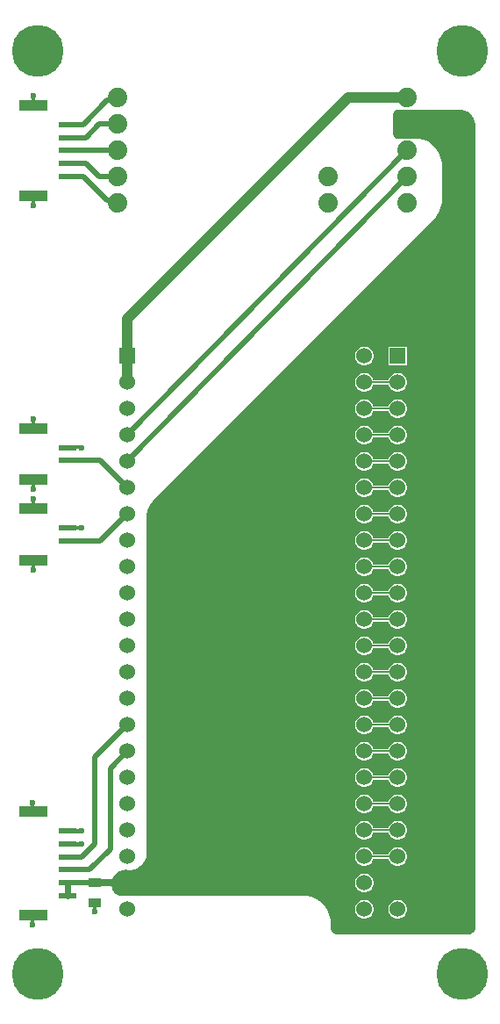
<source format=gtl>
G04*
G04 #@! TF.GenerationSoftware,Altium Limited,Altium Designer,23.8.1 (32)*
G04*
G04 Layer_Physical_Order=1*
G04 Layer_Color=255*
%FSLAX25Y25*%
%MOIN*%
G70*
G04*
G04 #@! TF.SameCoordinates,42C2680F-6346-4846-91F9-FAAF1016F3F0*
G04*
G04*
G04 #@! TF.FilePolarity,Positive*
G04*
G01*
G75*
%ADD11C,0.01181*%
%ADD12C,0.00500*%
%ADD25R,0.11024X0.03937*%
%ADD26R,0.06693X0.02362*%
%ADD27R,0.06693X0.02362*%
%ADD28R,0.11024X0.03937*%
%ADD29R,0.05118X0.03543*%
%ADD30C,0.01968*%
%ADD31C,0.02756*%
%ADD32C,0.03937*%
%ADD33C,0.02362*%
%ADD34C,0.01575*%
%ADD35C,0.06024*%
%ADD36R,0.06024X0.06024*%
%ADD37C,0.19685*%
%ADD38R,0.06024X0.06024*%
%ADD39C,0.07400*%
%ADD40C,0.02362*%
G36*
X638779Y453740D02*
X662402Y453740D01*
X662983D01*
X664124Y453513D01*
X665199Y453068D01*
X666166Y452422D01*
X666989Y451599D01*
X667635Y450632D01*
X668080Y449557D01*
X668307Y448416D01*
Y447835D01*
Y143701D01*
X668307Y143701D01*
Y143410D01*
X668194Y142840D01*
X667971Y142302D01*
X667648Y141818D01*
X667237Y141407D01*
X666753Y141084D01*
X666216Y140861D01*
X665645Y140748D01*
X616142D01*
X615851Y140748D01*
X615280Y140861D01*
X614743Y141084D01*
X614259Y141407D01*
X613848Y141818D01*
X613525Y142302D01*
X613302Y142840D01*
X613189Y143410D01*
X613189Y143701D01*
Y145512D01*
X613189Y145512D01*
X613189Y145512D01*
X613141Y146492D01*
X612758Y148415D01*
X612008Y150226D01*
X610919Y151856D01*
X609533Y153242D01*
X607903Y154331D01*
X606092Y155081D01*
X604169Y155464D01*
X603189Y155512D01*
X533858Y155512D01*
X533538Y155502D01*
X532905Y155599D01*
X532301Y155809D01*
X531744Y156125D01*
X531253Y156536D01*
X530845Y157030D01*
X530533Y157589D01*
X530375Y158051D01*
X530280Y158511D01*
X530280Y158511D01*
X530093Y159174D01*
X530061Y160549D01*
X530372Y161889D01*
X531006Y163110D01*
X531925Y164134D01*
X533070Y164897D01*
X534368Y165351D01*
X535739Y165468D01*
X536417Y165354D01*
Y165354D01*
X536417Y165354D01*
X537104Y165352D01*
X538460Y165563D01*
X539741Y166052D01*
X540893Y166799D01*
X541863Y167769D01*
X542609Y168920D01*
X543098Y170202D01*
X543309Y171557D01*
X543307Y172244D01*
X543307Y298536D01*
X543307Y299007D01*
X543307Y299007D01*
X543307Y299008D01*
X543307Y299008D01*
X543307Y299992D01*
X543691Y301924D01*
X544445Y303744D01*
X545540Y305382D01*
X546236Y306079D01*
X652583Y412425D01*
X652583Y412425D01*
X652583Y412425D01*
X653242Y413153D01*
X654331Y414782D01*
X655081Y416594D01*
X655464Y418516D01*
X655512Y419496D01*
X655512Y433071D01*
X655464Y434036D01*
X655088Y435928D01*
X654350Y437711D01*
X653278Y439315D01*
X651913Y440679D01*
X650309Y441751D01*
X648526Y442490D01*
X646634Y442866D01*
X645669Y442913D01*
X638388D01*
X637665Y443213D01*
X637111Y443767D01*
X636811Y444490D01*
Y451772D01*
X636811Y451772D01*
X636849Y452256D01*
X637111Y452887D01*
X637664Y453441D01*
X638388Y453740D01*
X638779Y453740D01*
D02*
G37*
%LPC*%
G36*
X642162Y363984D02*
X635139D01*
Y356961D01*
X642162D01*
Y363984D01*
D02*
G37*
G36*
X626447D02*
X625522D01*
X624629Y363745D01*
X623828Y363283D01*
X623174Y362629D01*
X622712Y361828D01*
X622472Y360935D01*
Y360010D01*
X622712Y359117D01*
X623174Y358316D01*
X623828Y357662D01*
X624629Y357200D01*
X625522Y356961D01*
X626447D01*
X627340Y357200D01*
X628140Y357662D01*
X628794Y358316D01*
X629257Y359117D01*
X629496Y360010D01*
Y360935D01*
X629257Y361828D01*
X628794Y362629D01*
X628140Y363283D01*
X627340Y363745D01*
X626447Y363984D01*
D02*
G37*
G36*
X639113Y353984D02*
X638188D01*
X637295Y353745D01*
X636494Y353283D01*
X635841Y352629D01*
X635378Y351828D01*
X635220Y351237D01*
X629415D01*
X629257Y351828D01*
X628794Y352629D01*
X628140Y353283D01*
X627340Y353745D01*
X626447Y353984D01*
X625522D01*
X624629Y353745D01*
X623828Y353283D01*
X623174Y352629D01*
X622712Y351828D01*
X622472Y350935D01*
Y350010D01*
X622712Y349117D01*
X623174Y348316D01*
X623828Y347662D01*
X624629Y347200D01*
X625522Y346961D01*
X626447D01*
X627340Y347200D01*
X628140Y347662D01*
X628794Y348316D01*
X629257Y349117D01*
X629415Y349708D01*
X635220D01*
X635378Y349117D01*
X635841Y348316D01*
X636494Y347662D01*
X637295Y347200D01*
X638188Y346961D01*
X639113D01*
X640006Y347200D01*
X640807Y347662D01*
X641461Y348316D01*
X641923Y349117D01*
X642162Y350010D01*
Y350935D01*
X641923Y351828D01*
X641461Y352629D01*
X640807Y353283D01*
X640006Y353745D01*
X639113Y353984D01*
D02*
G37*
G36*
Y343984D02*
X638188D01*
X637295Y343745D01*
X636494Y343283D01*
X635841Y342629D01*
X635378Y341828D01*
X635220Y341237D01*
X629415D01*
X629257Y341828D01*
X628794Y342629D01*
X628140Y343283D01*
X627340Y343745D01*
X626447Y343984D01*
X625522D01*
X624629Y343745D01*
X623828Y343283D01*
X623174Y342629D01*
X622712Y341828D01*
X622472Y340935D01*
Y340010D01*
X622712Y339117D01*
X623174Y338316D01*
X623828Y337662D01*
X624629Y337200D01*
X625522Y336961D01*
X626447D01*
X627340Y337200D01*
X628140Y337662D01*
X628794Y338316D01*
X629257Y339117D01*
X629415Y339708D01*
X635220D01*
X635378Y339117D01*
X635841Y338316D01*
X636494Y337662D01*
X637295Y337200D01*
X638188Y336961D01*
X639113D01*
X640006Y337200D01*
X640807Y337662D01*
X641461Y338316D01*
X641923Y339117D01*
X642162Y340010D01*
Y340935D01*
X641923Y341828D01*
X641461Y342629D01*
X640807Y343283D01*
X640006Y343745D01*
X639113Y343984D01*
D02*
G37*
G36*
Y333984D02*
X638188D01*
X637295Y333745D01*
X636494Y333283D01*
X635841Y332629D01*
X635378Y331828D01*
X635220Y331237D01*
X629415D01*
X629257Y331828D01*
X628794Y332629D01*
X628140Y333283D01*
X627340Y333745D01*
X626447Y333984D01*
X625522D01*
X624629Y333745D01*
X623828Y333283D01*
X623174Y332629D01*
X622712Y331828D01*
X622472Y330935D01*
Y330010D01*
X622712Y329117D01*
X623174Y328316D01*
X623828Y327662D01*
X624629Y327200D01*
X625522Y326961D01*
X626447D01*
X627340Y327200D01*
X628140Y327662D01*
X628794Y328316D01*
X629257Y329117D01*
X629415Y329708D01*
X635220D01*
X635378Y329117D01*
X635841Y328316D01*
X636494Y327662D01*
X637295Y327200D01*
X638188Y326961D01*
X639113D01*
X640006Y327200D01*
X640807Y327662D01*
X641461Y328316D01*
X641923Y329117D01*
X642162Y330010D01*
Y330935D01*
X641923Y331828D01*
X641461Y332629D01*
X640807Y333283D01*
X640006Y333745D01*
X639113Y333984D01*
D02*
G37*
G36*
Y323984D02*
X638188D01*
X637295Y323745D01*
X636494Y323283D01*
X635841Y322629D01*
X635378Y321828D01*
X635220Y321237D01*
X629415D01*
X629257Y321828D01*
X628794Y322629D01*
X628140Y323283D01*
X627340Y323745D01*
X626447Y323984D01*
X625522D01*
X624629Y323745D01*
X623828Y323283D01*
X623174Y322629D01*
X622712Y321828D01*
X622472Y320935D01*
Y320010D01*
X622712Y319117D01*
X623174Y318316D01*
X623828Y317662D01*
X624629Y317200D01*
X625522Y316961D01*
X626447D01*
X627340Y317200D01*
X628140Y317662D01*
X628794Y318316D01*
X629257Y319117D01*
X629415Y319708D01*
X635220D01*
X635378Y319117D01*
X635841Y318316D01*
X636494Y317662D01*
X637295Y317200D01*
X638188Y316961D01*
X639113D01*
X640006Y317200D01*
X640807Y317662D01*
X641461Y318316D01*
X641923Y319117D01*
X642162Y320010D01*
Y320935D01*
X641923Y321828D01*
X641461Y322629D01*
X640807Y323283D01*
X640006Y323745D01*
X639113Y323984D01*
D02*
G37*
G36*
Y313984D02*
X638188D01*
X637295Y313745D01*
X636494Y313283D01*
X635841Y312629D01*
X635378Y311828D01*
X635220Y311237D01*
X629415D01*
X629257Y311828D01*
X628794Y312629D01*
X628140Y313283D01*
X627340Y313745D01*
X626447Y313984D01*
X625522D01*
X624629Y313745D01*
X623828Y313283D01*
X623174Y312629D01*
X622712Y311828D01*
X622472Y310935D01*
Y310010D01*
X622712Y309117D01*
X623174Y308316D01*
X623828Y307662D01*
X624629Y307200D01*
X625522Y306961D01*
X626447D01*
X627340Y307200D01*
X628140Y307662D01*
X628794Y308316D01*
X629257Y309117D01*
X629415Y309708D01*
X635220D01*
X635378Y309117D01*
X635841Y308316D01*
X636494Y307662D01*
X637295Y307200D01*
X638188Y306961D01*
X639113D01*
X640006Y307200D01*
X640807Y307662D01*
X641461Y308316D01*
X641923Y309117D01*
X642162Y310010D01*
Y310935D01*
X641923Y311828D01*
X641461Y312629D01*
X640807Y313283D01*
X640006Y313745D01*
X639113Y313984D01*
D02*
G37*
G36*
Y303984D02*
X638188D01*
X637295Y303745D01*
X636494Y303283D01*
X635841Y302629D01*
X635378Y301828D01*
X635220Y301237D01*
X629415D01*
X629257Y301828D01*
X628794Y302629D01*
X628140Y303283D01*
X627340Y303745D01*
X626447Y303984D01*
X625522D01*
X624629Y303745D01*
X623828Y303283D01*
X623174Y302629D01*
X622712Y301828D01*
X622472Y300935D01*
Y300010D01*
X622712Y299117D01*
X623174Y298316D01*
X623828Y297662D01*
X624629Y297200D01*
X625522Y296961D01*
X626447D01*
X627340Y297200D01*
X628140Y297662D01*
X628794Y298316D01*
X629257Y299117D01*
X629415Y299708D01*
X635220D01*
X635378Y299117D01*
X635841Y298316D01*
X636494Y297662D01*
X637295Y297200D01*
X638188Y296961D01*
X639113D01*
X640006Y297200D01*
X640807Y297662D01*
X641461Y298316D01*
X641923Y299117D01*
X642162Y300010D01*
Y300935D01*
X641923Y301828D01*
X641461Y302629D01*
X640807Y303283D01*
X640006Y303745D01*
X639113Y303984D01*
D02*
G37*
G36*
Y293984D02*
X638188D01*
X637295Y293745D01*
X636494Y293283D01*
X635841Y292629D01*
X635378Y291828D01*
X635220Y291237D01*
X629415D01*
X629257Y291828D01*
X628794Y292629D01*
X628140Y293283D01*
X627340Y293745D01*
X626447Y293984D01*
X625522D01*
X624629Y293745D01*
X623828Y293283D01*
X623174Y292629D01*
X622712Y291828D01*
X622472Y290935D01*
Y290010D01*
X622712Y289117D01*
X623174Y288316D01*
X623828Y287662D01*
X624629Y287200D01*
X625522Y286961D01*
X626447D01*
X627340Y287200D01*
X628140Y287662D01*
X628794Y288316D01*
X629257Y289117D01*
X629415Y289708D01*
X635220D01*
X635378Y289117D01*
X635841Y288316D01*
X636494Y287662D01*
X637295Y287200D01*
X638188Y286961D01*
X639113D01*
X640006Y287200D01*
X640807Y287662D01*
X641461Y288316D01*
X641923Y289117D01*
X642162Y290010D01*
Y290935D01*
X641923Y291828D01*
X641461Y292629D01*
X640807Y293283D01*
X640006Y293745D01*
X639113Y293984D01*
D02*
G37*
G36*
Y283984D02*
X638188D01*
X637295Y283745D01*
X636494Y283283D01*
X635841Y282629D01*
X635378Y281828D01*
X635220Y281237D01*
X629415D01*
X629257Y281828D01*
X628794Y282629D01*
X628140Y283283D01*
X627340Y283745D01*
X626447Y283984D01*
X625522D01*
X624629Y283745D01*
X623828Y283283D01*
X623174Y282629D01*
X622712Y281828D01*
X622472Y280935D01*
Y280010D01*
X622712Y279117D01*
X623174Y278316D01*
X623828Y277662D01*
X624629Y277200D01*
X625522Y276961D01*
X626447D01*
X627340Y277200D01*
X628140Y277662D01*
X628794Y278316D01*
X629257Y279117D01*
X629415Y279708D01*
X635220D01*
X635378Y279117D01*
X635841Y278316D01*
X636494Y277662D01*
X637295Y277200D01*
X638188Y276961D01*
X639113D01*
X640006Y277200D01*
X640807Y277662D01*
X641461Y278316D01*
X641923Y279117D01*
X642162Y280010D01*
Y280935D01*
X641923Y281828D01*
X641461Y282629D01*
X640807Y283283D01*
X640006Y283745D01*
X639113Y283984D01*
D02*
G37*
G36*
Y273984D02*
X638188D01*
X637295Y273745D01*
X636494Y273283D01*
X635841Y272629D01*
X635378Y271828D01*
X635220Y271237D01*
X629415D01*
X629257Y271828D01*
X628794Y272629D01*
X628140Y273283D01*
X627340Y273745D01*
X626447Y273984D01*
X625522D01*
X624629Y273745D01*
X623828Y273283D01*
X623174Y272629D01*
X622712Y271828D01*
X622472Y270935D01*
Y270010D01*
X622712Y269117D01*
X623174Y268316D01*
X623828Y267662D01*
X624629Y267200D01*
X625522Y266961D01*
X626447D01*
X627340Y267200D01*
X628140Y267662D01*
X628794Y268316D01*
X629257Y269117D01*
X629415Y269708D01*
X635220D01*
X635378Y269117D01*
X635841Y268316D01*
X636494Y267662D01*
X637295Y267200D01*
X638188Y266961D01*
X639113D01*
X640006Y267200D01*
X640807Y267662D01*
X641461Y268316D01*
X641923Y269117D01*
X642162Y270010D01*
Y270935D01*
X641923Y271828D01*
X641461Y272629D01*
X640807Y273283D01*
X640006Y273745D01*
X639113Y273984D01*
D02*
G37*
G36*
Y263984D02*
X638188D01*
X637295Y263745D01*
X636494Y263283D01*
X635841Y262629D01*
X635378Y261828D01*
X635220Y261237D01*
X629415D01*
X629257Y261828D01*
X628794Y262629D01*
X628140Y263283D01*
X627340Y263745D01*
X626447Y263984D01*
X625522D01*
X624629Y263745D01*
X623828Y263283D01*
X623174Y262629D01*
X622712Y261828D01*
X622472Y260935D01*
Y260010D01*
X622712Y259117D01*
X623174Y258316D01*
X623828Y257662D01*
X624629Y257200D01*
X625522Y256961D01*
X626447D01*
X627340Y257200D01*
X628140Y257662D01*
X628794Y258316D01*
X629257Y259117D01*
X629415Y259708D01*
X635220D01*
X635378Y259117D01*
X635841Y258316D01*
X636494Y257662D01*
X637295Y257200D01*
X638188Y256961D01*
X639113D01*
X640006Y257200D01*
X640807Y257662D01*
X641461Y258316D01*
X641923Y259117D01*
X642162Y260010D01*
Y260935D01*
X641923Y261828D01*
X641461Y262629D01*
X640807Y263283D01*
X640006Y263745D01*
X639113Y263984D01*
D02*
G37*
G36*
Y253984D02*
X638188D01*
X637295Y253745D01*
X636494Y253283D01*
X635841Y252629D01*
X635378Y251828D01*
X635220Y251237D01*
X629415D01*
X629257Y251828D01*
X628794Y252629D01*
X628140Y253283D01*
X627340Y253745D01*
X626447Y253984D01*
X625522D01*
X624629Y253745D01*
X623828Y253283D01*
X623174Y252629D01*
X622712Y251828D01*
X622472Y250935D01*
Y250010D01*
X622712Y249117D01*
X623174Y248316D01*
X623828Y247662D01*
X624629Y247200D01*
X625522Y246961D01*
X626447D01*
X627340Y247200D01*
X628140Y247662D01*
X628794Y248316D01*
X629257Y249117D01*
X629415Y249708D01*
X635220D01*
X635378Y249117D01*
X635841Y248316D01*
X636494Y247662D01*
X637295Y247200D01*
X638188Y246961D01*
X639113D01*
X640006Y247200D01*
X640807Y247662D01*
X641461Y248316D01*
X641923Y249117D01*
X642162Y250010D01*
Y250935D01*
X641923Y251828D01*
X641461Y252629D01*
X640807Y253283D01*
X640006Y253745D01*
X639113Y253984D01*
D02*
G37*
G36*
Y243984D02*
X638188D01*
X637295Y243745D01*
X636494Y243283D01*
X635841Y242629D01*
X635378Y241828D01*
X635220Y241237D01*
X629415D01*
X629257Y241828D01*
X628794Y242629D01*
X628140Y243283D01*
X627340Y243745D01*
X626447Y243984D01*
X625522D01*
X624629Y243745D01*
X623828Y243283D01*
X623174Y242629D01*
X622712Y241828D01*
X622472Y240935D01*
Y240010D01*
X622712Y239117D01*
X623174Y238316D01*
X623828Y237662D01*
X624629Y237200D01*
X625522Y236961D01*
X626447D01*
X627340Y237200D01*
X628140Y237662D01*
X628794Y238316D01*
X629257Y239117D01*
X629415Y239708D01*
X635220D01*
X635378Y239117D01*
X635841Y238316D01*
X636494Y237662D01*
X637295Y237200D01*
X638188Y236961D01*
X639113D01*
X640006Y237200D01*
X640807Y237662D01*
X641461Y238316D01*
X641923Y239117D01*
X642162Y240010D01*
Y240935D01*
X641923Y241828D01*
X641461Y242629D01*
X640807Y243283D01*
X640006Y243745D01*
X639113Y243984D01*
D02*
G37*
G36*
Y233984D02*
X638188D01*
X637295Y233745D01*
X636494Y233283D01*
X635841Y232629D01*
X635378Y231828D01*
X635220Y231237D01*
X629415D01*
X629257Y231828D01*
X628794Y232629D01*
X628140Y233283D01*
X627340Y233745D01*
X626447Y233984D01*
X625522D01*
X624629Y233745D01*
X623828Y233283D01*
X623174Y232629D01*
X622712Y231828D01*
X622472Y230935D01*
Y230010D01*
X622712Y229117D01*
X623174Y228316D01*
X623828Y227662D01*
X624629Y227200D01*
X625522Y226961D01*
X626447D01*
X627340Y227200D01*
X628140Y227662D01*
X628794Y228316D01*
X629257Y229117D01*
X629415Y229708D01*
X635220D01*
X635378Y229117D01*
X635841Y228316D01*
X636494Y227662D01*
X637295Y227200D01*
X638188Y226961D01*
X639113D01*
X640006Y227200D01*
X640807Y227662D01*
X641461Y228316D01*
X641923Y229117D01*
X642162Y230010D01*
Y230935D01*
X641923Y231828D01*
X641461Y232629D01*
X640807Y233283D01*
X640006Y233745D01*
X639113Y233984D01*
D02*
G37*
G36*
Y223984D02*
X638188D01*
X637295Y223745D01*
X636494Y223283D01*
X635841Y222629D01*
X635378Y221828D01*
X635220Y221237D01*
X629415D01*
X629257Y221828D01*
X628794Y222629D01*
X628140Y223283D01*
X627340Y223745D01*
X626447Y223984D01*
X625522D01*
X624629Y223745D01*
X623828Y223283D01*
X623174Y222629D01*
X622712Y221828D01*
X622472Y220935D01*
Y220010D01*
X622712Y219117D01*
X623174Y218316D01*
X623828Y217662D01*
X624629Y217200D01*
X625522Y216961D01*
X626447D01*
X627340Y217200D01*
X628140Y217662D01*
X628794Y218316D01*
X629257Y219117D01*
X629415Y219708D01*
X635220D01*
X635378Y219117D01*
X635841Y218316D01*
X636494Y217662D01*
X637295Y217200D01*
X638188Y216961D01*
X639113D01*
X640006Y217200D01*
X640807Y217662D01*
X641461Y218316D01*
X641923Y219117D01*
X642162Y220010D01*
Y220935D01*
X641923Y221828D01*
X641461Y222629D01*
X640807Y223283D01*
X640006Y223745D01*
X639113Y223984D01*
D02*
G37*
G36*
Y213984D02*
X638188D01*
X637295Y213745D01*
X636494Y213283D01*
X635841Y212629D01*
X635378Y211828D01*
X635220Y211237D01*
X629415D01*
X629257Y211828D01*
X628794Y212629D01*
X628140Y213283D01*
X627340Y213745D01*
X626447Y213984D01*
X625522D01*
X624629Y213745D01*
X623828Y213283D01*
X623174Y212629D01*
X622712Y211828D01*
X622472Y210935D01*
Y210010D01*
X622712Y209117D01*
X623174Y208316D01*
X623828Y207662D01*
X624629Y207200D01*
X625522Y206961D01*
X626447D01*
X627340Y207200D01*
X628140Y207662D01*
X628794Y208316D01*
X629257Y209117D01*
X629415Y209708D01*
X635220D01*
X635378Y209117D01*
X635841Y208316D01*
X636494Y207662D01*
X637295Y207200D01*
X638188Y206961D01*
X639113D01*
X640006Y207200D01*
X640807Y207662D01*
X641461Y208316D01*
X641923Y209117D01*
X642162Y210010D01*
Y210935D01*
X641923Y211828D01*
X641461Y212629D01*
X640807Y213283D01*
X640006Y213745D01*
X639113Y213984D01*
D02*
G37*
G36*
Y203984D02*
X638188D01*
X637295Y203745D01*
X636494Y203283D01*
X635841Y202629D01*
X635378Y201828D01*
X635220Y201237D01*
X629415D01*
X629257Y201828D01*
X628794Y202629D01*
X628140Y203283D01*
X627340Y203745D01*
X626447Y203984D01*
X625522D01*
X624629Y203745D01*
X623828Y203283D01*
X623174Y202629D01*
X622712Y201828D01*
X622472Y200935D01*
Y200010D01*
X622712Y199117D01*
X623174Y198316D01*
X623828Y197662D01*
X624629Y197200D01*
X625522Y196961D01*
X626447D01*
X627340Y197200D01*
X628140Y197662D01*
X628794Y198316D01*
X629257Y199117D01*
X629415Y199708D01*
X635220D01*
X635378Y199117D01*
X635841Y198316D01*
X636494Y197662D01*
X637295Y197200D01*
X638188Y196961D01*
X639113D01*
X640006Y197200D01*
X640807Y197662D01*
X641461Y198316D01*
X641923Y199117D01*
X642162Y200010D01*
Y200935D01*
X641923Y201828D01*
X641461Y202629D01*
X640807Y203283D01*
X640006Y203745D01*
X639113Y203984D01*
D02*
G37*
G36*
Y193984D02*
X638188D01*
X637295Y193745D01*
X636494Y193283D01*
X635841Y192629D01*
X635378Y191828D01*
X635220Y191237D01*
X629415D01*
X629257Y191828D01*
X628794Y192629D01*
X628140Y193283D01*
X627340Y193745D01*
X626447Y193984D01*
X625522D01*
X624629Y193745D01*
X623828Y193283D01*
X623174Y192629D01*
X622712Y191828D01*
X622472Y190935D01*
Y190010D01*
X622712Y189117D01*
X623174Y188316D01*
X623828Y187662D01*
X624629Y187200D01*
X625522Y186961D01*
X626447D01*
X627340Y187200D01*
X628140Y187662D01*
X628794Y188316D01*
X629257Y189117D01*
X629415Y189708D01*
X635220D01*
X635378Y189117D01*
X635841Y188316D01*
X636494Y187662D01*
X637295Y187200D01*
X638188Y186961D01*
X639113D01*
X640006Y187200D01*
X640807Y187662D01*
X641461Y188316D01*
X641923Y189117D01*
X642162Y190010D01*
Y190935D01*
X641923Y191828D01*
X641461Y192629D01*
X640807Y193283D01*
X640006Y193745D01*
X639113Y193984D01*
D02*
G37*
G36*
Y183984D02*
X638188D01*
X637295Y183745D01*
X636494Y183283D01*
X635841Y182629D01*
X635378Y181828D01*
X635220Y181237D01*
X629415D01*
X629257Y181828D01*
X628794Y182629D01*
X628140Y183283D01*
X627340Y183745D01*
X626447Y183984D01*
X625522D01*
X624629Y183745D01*
X623828Y183283D01*
X623174Y182629D01*
X622712Y181828D01*
X622472Y180935D01*
Y180010D01*
X622712Y179117D01*
X623174Y178316D01*
X623828Y177662D01*
X624629Y177200D01*
X625522Y176961D01*
X626447D01*
X627340Y177200D01*
X628140Y177662D01*
X628794Y178316D01*
X629257Y179117D01*
X629415Y179708D01*
X635220D01*
X635378Y179117D01*
X635841Y178316D01*
X636494Y177662D01*
X637295Y177200D01*
X638188Y176961D01*
X639113D01*
X640006Y177200D01*
X640807Y177662D01*
X641461Y178316D01*
X641923Y179117D01*
X642162Y180010D01*
Y180935D01*
X641923Y181828D01*
X641461Y182629D01*
X640807Y183283D01*
X640006Y183745D01*
X639113Y183984D01*
D02*
G37*
G36*
Y173984D02*
X638188D01*
X637295Y173745D01*
X636494Y173283D01*
X635841Y172629D01*
X635378Y171828D01*
X635220Y171237D01*
X629415D01*
X629257Y171828D01*
X628794Y172629D01*
X628140Y173283D01*
X627340Y173745D01*
X626447Y173984D01*
X625522D01*
X624629Y173745D01*
X623828Y173283D01*
X623174Y172629D01*
X622712Y171828D01*
X622472Y170935D01*
Y170010D01*
X622712Y169117D01*
X623174Y168316D01*
X623828Y167662D01*
X624629Y167200D01*
X625522Y166961D01*
X626447D01*
X627340Y167200D01*
X628140Y167662D01*
X628794Y168316D01*
X629257Y169117D01*
X629415Y169708D01*
X635220D01*
X635378Y169117D01*
X635841Y168316D01*
X636494Y167662D01*
X637295Y167200D01*
X638188Y166961D01*
X639113D01*
X640006Y167200D01*
X640807Y167662D01*
X641461Y168316D01*
X641923Y169117D01*
X642162Y170010D01*
Y170935D01*
X641923Y171828D01*
X641461Y172629D01*
X640807Y173283D01*
X640006Y173745D01*
X639113Y173984D01*
D02*
G37*
G36*
X626447Y163984D02*
X625522D01*
X624629Y163745D01*
X623828Y163283D01*
X623174Y162629D01*
X622712Y161828D01*
X622472Y160935D01*
Y160010D01*
X622712Y159117D01*
X623174Y158316D01*
X623828Y157662D01*
X624629Y157200D01*
X625522Y156961D01*
X626447D01*
X627340Y157200D01*
X628140Y157662D01*
X628794Y158316D01*
X629257Y159117D01*
X629496Y160010D01*
Y160935D01*
X629257Y161828D01*
X628794Y162629D01*
X628140Y163283D01*
X627340Y163745D01*
X626447Y163984D01*
D02*
G37*
G36*
X639113Y153984D02*
X638188D01*
X637295Y153745D01*
X636494Y153283D01*
X635841Y152629D01*
X635378Y151828D01*
X635139Y150935D01*
Y150010D01*
X635378Y149117D01*
X635841Y148316D01*
X636494Y147662D01*
X637295Y147200D01*
X638188Y146961D01*
X639113D01*
X640006Y147200D01*
X640807Y147662D01*
X641461Y148316D01*
X641923Y149117D01*
X642162Y150010D01*
Y150935D01*
X641923Y151828D01*
X641461Y152629D01*
X640807Y153283D01*
X640006Y153745D01*
X639113Y153984D01*
D02*
G37*
G36*
X626447D02*
X625522D01*
X624629Y153745D01*
X623828Y153283D01*
X623174Y152629D01*
X622712Y151828D01*
X622472Y150935D01*
Y150010D01*
X622712Y149117D01*
X623174Y148316D01*
X623828Y147662D01*
X624629Y147200D01*
X625522Y146961D01*
X626447D01*
X627340Y147200D01*
X628140Y147662D01*
X628794Y148316D01*
X629257Y149117D01*
X629496Y150010D01*
Y150935D01*
X629257Y151828D01*
X628794Y152629D01*
X628140Y153283D01*
X627340Y153745D01*
X626447Y153984D01*
D02*
G37*
%LPD*%
D11*
X513516Y325787D02*
X518701D01*
X500189Y417646D02*
Y421327D01*
Y455768D02*
Y459260D01*
Y302421D02*
Y306102D01*
Y332933D02*
Y336614D01*
Y310228D02*
Y313445D01*
Y279716D02*
Y282933D01*
X500000Y187629D02*
Y190945D01*
Y144685D02*
Y148080D01*
X513378Y295138D02*
X518563D01*
X523622Y149606D02*
Y152992D01*
D12*
X642131Y437536D02*
Y438454D01*
X535984Y330472D02*
Y331390D01*
X518563Y295138D02*
X518701Y295276D01*
X500000Y455768D02*
X500189Y455579D01*
X500000Y310039D02*
X500189Y310228D01*
X500000Y279528D02*
X500189Y279716D01*
X500000Y187629D02*
X500188Y187441D01*
X500000Y148080D02*
X500188Y148268D01*
X513378Y325650D02*
X513516Y325787D01*
X642131Y418454D02*
X642204Y418380D01*
X523622Y152992D02*
X523622Y152992D01*
X625984Y350472D02*
X638651D01*
X625984Y340472D02*
X638651D01*
X625984Y330472D02*
X638651D01*
X625984Y320472D02*
X638651D01*
X625984Y310472D02*
X638651D01*
X625984Y300472D02*
X638651D01*
X625984Y290472D02*
X638651D01*
X625984Y280472D02*
X638651D01*
X625984Y270472D02*
X638651D01*
X625984Y260472D02*
X638651D01*
X625984Y250472D02*
X638651D01*
X625984Y240472D02*
X638651D01*
X625984Y230472D02*
X638651D01*
X625984Y220472D02*
X638651D01*
X625984Y210472D02*
X638651D01*
X625984Y200472D02*
X638651D01*
X625984Y190472D02*
X638651D01*
X625984Y180473D02*
X638651D01*
X625984Y170473D02*
X638651D01*
D25*
X500189Y302421D02*
D03*
Y282933D02*
D03*
Y332933D02*
D03*
Y313445D02*
D03*
Y455579D02*
D03*
Y421327D02*
D03*
D26*
X513378Y295138D02*
D03*
Y290216D02*
D03*
Y325650D02*
D03*
Y320728D02*
D03*
Y448295D02*
D03*
Y443374D02*
D03*
Y438453D02*
D03*
Y433532D02*
D03*
Y428610D02*
D03*
D27*
X513377Y170315D02*
D03*
Y165394D02*
D03*
Y160472D02*
D03*
Y155551D02*
D03*
Y175236D02*
D03*
Y180157D02*
D03*
D28*
X500188Y187441D02*
D03*
Y148268D02*
D03*
D29*
X523622Y160473D02*
D03*
Y152992D02*
D03*
D30*
X535984Y330472D02*
X642131Y438453D01*
X529528Y173228D02*
Y204016D01*
X521693Y165394D02*
X529528Y173228D01*
Y204016D02*
X535984Y210472D01*
X513377Y165394D02*
X521693D01*
X525288Y448454D02*
X532131D01*
X513378Y443374D02*
X520209D01*
X525288Y448454D01*
X531092Y457414D02*
X532131Y458454D01*
X528281Y457414D02*
X531092D01*
X513378Y448295D02*
X519161D01*
X528281Y457414D01*
X513378Y428610D02*
X519161D01*
X528279Y419493D02*
X531092D01*
X519161Y428610D02*
X528279Y419493D01*
X531092D02*
X532131Y418454D01*
X513378Y433532D02*
X520209D01*
X525286Y428454D01*
X532131D01*
X642131Y427536D02*
Y428454D01*
X535984Y320472D02*
X642131Y428453D01*
X535984Y320472D02*
Y321390D01*
X513377Y160472D02*
X523622D01*
X513378Y438453D02*
X513379Y438454D01*
X532131D01*
X523622Y208110D02*
X535984Y220472D01*
X518740Y170315D02*
X523622Y175197D01*
Y208110D01*
X513378Y290216D02*
X525728D01*
X535984Y300472D01*
X513377Y170315D02*
X518740D01*
X525728Y320728D02*
X535984Y310472D01*
X513378Y320728D02*
X525728D01*
D31*
X523622Y160473D02*
X535984D01*
D32*
Y360472D02*
Y374567D01*
X619871Y458454D02*
X642131D01*
X535984Y374567D02*
X619871Y458454D01*
X535984Y350472D02*
Y360472D01*
D33*
X513377Y155551D02*
Y160472D01*
D34*
Y180157D02*
X518701D01*
X513377Y175236D02*
X518701D01*
D35*
X625984Y360472D02*
D03*
Y350472D02*
D03*
Y340472D02*
D03*
Y330472D02*
D03*
Y320472D02*
D03*
Y310472D02*
D03*
Y300472D02*
D03*
Y290472D02*
D03*
Y280472D02*
D03*
Y270472D02*
D03*
Y260472D02*
D03*
Y250472D02*
D03*
Y240472D02*
D03*
Y230472D02*
D03*
Y220472D02*
D03*
Y210472D02*
D03*
Y200472D02*
D03*
Y190472D02*
D03*
Y180473D02*
D03*
Y170473D02*
D03*
Y160473D02*
D03*
X535984Y350472D02*
D03*
Y340472D02*
D03*
Y330472D02*
D03*
Y320472D02*
D03*
Y310472D02*
D03*
Y300472D02*
D03*
Y290472D02*
D03*
Y280472D02*
D03*
Y270472D02*
D03*
Y260472D02*
D03*
Y250472D02*
D03*
Y240472D02*
D03*
Y230472D02*
D03*
Y220472D02*
D03*
Y210472D02*
D03*
Y200472D02*
D03*
Y190472D02*
D03*
Y180473D02*
D03*
Y170473D02*
D03*
Y160473D02*
D03*
X625984Y150472D02*
D03*
X535984D02*
D03*
X638651Y350472D02*
D03*
Y340472D02*
D03*
Y330472D02*
D03*
Y320472D02*
D03*
Y310472D02*
D03*
Y300472D02*
D03*
Y290472D02*
D03*
Y280472D02*
D03*
Y270472D02*
D03*
Y260472D02*
D03*
Y250472D02*
D03*
Y240472D02*
D03*
Y230472D02*
D03*
Y220472D02*
D03*
Y210472D02*
D03*
Y200472D02*
D03*
Y190472D02*
D03*
Y180473D02*
D03*
Y170473D02*
D03*
Y160473D02*
D03*
Y150472D02*
D03*
D36*
X535984Y360472D02*
D03*
D37*
X501968Y125984D02*
D03*
X663386D02*
D03*
X663386Y476378D02*
D03*
X501968Y476378D02*
D03*
D38*
X638651Y360472D02*
D03*
D39*
X532131Y418454D02*
D03*
Y428454D02*
D03*
Y438454D02*
D03*
Y448454D02*
D03*
Y458454D02*
D03*
X642131D02*
D03*
Y448454D02*
D03*
Y438454D02*
D03*
Y428454D02*
D03*
Y418454D02*
D03*
X612131Y428454D02*
D03*
Y418454D02*
D03*
D40*
X500189Y459260D02*
D03*
Y417646D02*
D03*
Y306102D02*
D03*
Y336614D02*
D03*
Y309764D02*
D03*
Y279252D02*
D03*
X500000Y190945D02*
D03*
Y144685D02*
D03*
X518701Y295138D02*
D03*
Y325650D02*
D03*
Y175236D02*
D03*
Y180157D02*
D03*
X523622Y149606D02*
D03*
M02*

</source>
